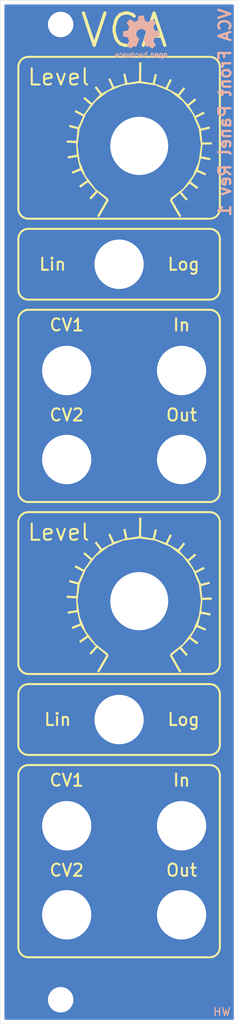
<source format=kicad_pcb>
(kicad_pcb (version 20171130) (host pcbnew "(5.1.4-0-10_14)")

  (general
    (thickness 1.6)
    (drawings 69)
    (tracks 0)
    (zones 0)
    (modules 17)
    (nets 2)
  )

  (page A4)
  (layers
    (0 F.Cu signal)
    (31 B.Cu signal)
    (32 B.Adhes user)
    (33 F.Adhes user)
    (34 B.Paste user)
    (35 F.Paste user)
    (36 B.SilkS user)
    (37 F.SilkS user)
    (38 B.Mask user)
    (39 F.Mask user)
    (40 Dwgs.User user)
    (41 Cmts.User user)
    (42 Eco1.User user)
    (43 Eco2.User user)
    (44 Edge.Cuts user)
    (45 Margin user)
    (46 B.CrtYd user)
    (47 F.CrtYd user)
    (48 B.Fab user)
    (49 F.Fab user)
  )

  (setup
    (last_trace_width 0.25)
    (trace_clearance 0.2)
    (zone_clearance 0.508)
    (zone_45_only no)
    (trace_min 0.2)
    (via_size 0.8)
    (via_drill 0.4)
    (via_min_size 0.4)
    (via_min_drill 0.3)
    (user_via 4 3)
    (user_via 6.2 5.2)
    (user_via 7.999999 6.000001)
    (user_via 11.999999 7.000001)
    (uvia_size 0.3)
    (uvia_drill 0.1)
    (uvias_allowed no)
    (uvia_min_size 0.2)
    (uvia_min_drill 0.1)
    (edge_width 0.05)
    (segment_width 0.2)
    (pcb_text_width 0.3)
    (pcb_text_size 1.5 1.5)
    (mod_edge_width 0.12)
    (mod_text_size 1 1)
    (mod_text_width 0.15)
    (pad_size 1.524 1.524)
    (pad_drill 0.762)
    (pad_to_mask_clearance 0.051)
    (solder_mask_min_width 0.25)
    (aux_axis_origin 0 0)
    (visible_elements FFFFFF7F)
    (pcbplotparams
      (layerselection 0x010fc_ffffffff)
      (usegerberextensions false)
      (usegerberattributes false)
      (usegerberadvancedattributes false)
      (creategerberjobfile false)
      (excludeedgelayer true)
      (linewidth 0.100000)
      (plotframeref false)
      (viasonmask false)
      (mode 1)
      (useauxorigin false)
      (hpglpennumber 1)
      (hpglpenspeed 20)
      (hpglpendiameter 15.000000)
      (psnegative false)
      (psa4output false)
      (plotreference true)
      (plotvalue true)
      (plotinvisibletext false)
      (padsonsilk false)
      (subtractmaskfromsilk false)
      (outputformat 1)
      (mirror false)
      (drillshape 0)
      (scaleselection 1)
      (outputdirectory "Gerbers/"))
  )

  (net 0 "")
  (net 1 GND)

  (net_class Default "This is the default net class."
    (clearance 0.2)
    (trace_width 0.25)
    (via_dia 0.8)
    (via_drill 0.4)
    (uvia_dia 0.3)
    (uvia_drill 0.1)
    (add_net GND)
  )

  (module Eurorack:knob_tick_marks (layer F.Cu) (tedit 5D9BD563) (tstamp 5D7C68AB)
    (at 81.28 57.404)
    (descr "Imported from knob_tick_mark.svg")
    (tags svg2mod)
    (attr smd)
    (fp_text reference tick_marks (at 0 -12.347405) (layer F.SilkS) hide
      (effects (font (size 1.524 1.524) (thickness 0.3048)))
    )
    (fp_text value G*** (at 0 12.347405) (layer F.SilkS) hide
      (effects (font (size 1.524 1.524) (thickness 0.3048)))
    )
    (fp_poly (pts (xy -0.0133 -9.728427) (xy -0.03992 -7.381604) (xy -1.493983 -7.139662) (xy -1.743178 -8.322751)
      (xy -2.01657 -8.264691) (xy -1.77221 -7.093697) (xy -3.170626 -6.655784) (xy -3.654509 -7.727583)
      (xy -3.910966 -7.613867) (xy -3.414988 -6.522714) (xy -4.711789 -5.828344) (xy -5.391644 -6.733202)
      (xy -5.616646 -6.566264) (xy -4.946472 -5.678342) (xy -5.957785 -4.604124) (xy -6.872319 -5.385592)
      (xy -7.053776 -5.172685) (xy -6.148918 -4.400895) (xy -6.973935 -3.191191) (xy -8.021539 -3.745235)
      (xy -8.152186 -3.498456) (xy -7.090065 -2.934734) (xy -7.699757 -1.596802) (xy -8.78849 -1.896808)
      (xy -8.86349 -1.625835) (xy -7.789272 -1.333087) (xy -7.929598 0.133075) (xy -9.134462 0.075015)
      (xy -9.148972 0.355665) (xy -7.956204 0.413725) (xy -7.881204 1.875048) (xy -9.044939 2.075858)
      (xy -8.996549 2.35167) (xy -7.81588 2.148441) (xy -7.479582 3.58073) (xy -8.519926 4.006545)
      (xy -8.413469 4.265421) (xy -7.380381 3.842024) (xy -6.606171 5.092858) (xy -7.588451 5.779967)
      (xy -7.428771 6.009797) (xy -6.458588 5.332377) (xy -5.488408 6.430777) (xy -6.294068 7.306607)
      (xy -6.088419 7.495317) (xy -5.27308 6.607407) (xy -4.138376 7.541277) (xy -5.319048 9.588097)
      (xy -5.074688 9.728427) (xy -3.835951 7.582417) (xy -3.956926 7.512217) (xy -3.889166 7.391247)
      (xy -5.522954 6.132915) (xy -6.741644 4.533098) (xy -7.505384 2.688317) (xy -7.774321 0.695094)
      (xy -7.508603 -1.350048) (xy -6.716169 -3.254065) (xy -5.486696 -4.84581) (xy -3.90294 -6.061607)
      (xy -2.047657 -6.837781) (xy -0.003605 -7.110656) (xy 2.040701 -6.837781) (xy 3.896583 -6.061607)
      (xy 5.481056 -4.84581) (xy 6.711129 -3.254065) (xy 7.503816 -1.350048) (xy 7.769536 0.695094)
      (xy 7.500601 2.688317) (xy 6.736861 4.5331) (xy 5.518171 6.13292) (xy 3.884383 7.391257)
      (xy 3.952143 7.512227) (xy 3.831168 7.582427) (xy 5.069904 9.728427) (xy 5.311844 9.588107)
      (xy 4.131174 7.543717) (xy 5.113454 6.733217) (xy 5.909437 7.645337) (xy 6.119927 7.461447)
      (xy 5.331199 6.556587) (xy 6.347351 5.504158) (xy 7.288501 6.193687) (xy 7.453021 5.968687)
      (xy 6.494934 5.262223) (xy 7.266726 4.016228) (xy 8.316753 4.475916) (xy 8.428051 4.219459)
      (xy 7.416726 3.774289) (xy 7.765119 2.341999) (xy 8.945792 2.574262) (xy 9.001392 2.30087)
      (xy 7.830402 2.071026) (xy 7.970728 0.609704) (xy 9.148972 0.583084) (xy 9.140972 0.304854)
      (xy 7.943367 0.333894) (xy 7.80351 -1.129848) (xy 8.911602 -1.405661) (xy 8.843902 -1.676633)
      (xy 7.774518 -1.412918) (xy 7.774518 -1.422618) (xy 7.167246 -2.755712) (xy 8.248506 -3.292815)
      (xy 8.125116 -3.544433) (xy 7.050899 -3.009746) (xy 6.28159 -4.253349) (xy 7.191287 -4.993686)
      (xy 7.01467 -5.211434) (xy 6.090457 -4.458999) (xy 5.081922 -5.528348) (xy 5.790808 -6.423527)
      (xy 5.570642 -6.595305) (xy 4.885948 -5.731578) (xy 3.586728 -6.428367) (xy 4.111739 -7.512259)
      (xy 3.86012 -7.63565) (xy 3.33995 -6.563853) (xy 1.963305 -7.059831) (xy 2.234279 -8.211469)
      (xy 1.963305 -8.276799) (xy 1.687494 -7.105805) (xy 0.238279 -7.347752) (xy 0.267319 -9.723609)
      (xy -0.0133 -9.728427)) (layer F.SilkS) (width 0))
  )

  (module Eurorack:knob_tick_marks (layer F.Cu) (tedit 5D9BD563) (tstamp 5D7986A0)
    (at 81.28 114.554)
    (descr "Imported from knob_tick_mark.svg")
    (tags svg2mod)
    (attr smd)
    (fp_text reference tick_marks (at 0 -12.347405) (layer F.SilkS) hide
      (effects (font (size 1.524 1.524) (thickness 0.3048)))
    )
    (fp_text value G*** (at 0 12.347405) (layer F.SilkS) hide
      (effects (font (size 1.524 1.524) (thickness 0.3048)))
    )
    (fp_poly (pts (xy -0.0133 -9.728427) (xy -0.03992 -7.381604) (xy -1.493983 -7.139662) (xy -1.743178 -8.322751)
      (xy -2.01657 -8.264691) (xy -1.77221 -7.093697) (xy -3.170626 -6.655784) (xy -3.654509 -7.727583)
      (xy -3.910966 -7.613867) (xy -3.414988 -6.522714) (xy -4.711789 -5.828344) (xy -5.391644 -6.733202)
      (xy -5.616646 -6.566264) (xy -4.946472 -5.678342) (xy -5.957785 -4.604124) (xy -6.872319 -5.385592)
      (xy -7.053776 -5.172685) (xy -6.148918 -4.400895) (xy -6.973935 -3.191191) (xy -8.021539 -3.745235)
      (xy -8.152186 -3.498456) (xy -7.090065 -2.934734) (xy -7.699757 -1.596802) (xy -8.78849 -1.896808)
      (xy -8.86349 -1.625835) (xy -7.789272 -1.333087) (xy -7.929598 0.133075) (xy -9.134462 0.075015)
      (xy -9.148972 0.355665) (xy -7.956204 0.413725) (xy -7.881204 1.875048) (xy -9.044939 2.075858)
      (xy -8.996549 2.35167) (xy -7.81588 2.148441) (xy -7.479582 3.58073) (xy -8.519926 4.006545)
      (xy -8.413469 4.265421) (xy -7.380381 3.842024) (xy -6.606171 5.092858) (xy -7.588451 5.779967)
      (xy -7.428771 6.009797) (xy -6.458588 5.332377) (xy -5.488408 6.430777) (xy -6.294068 7.306607)
      (xy -6.088419 7.495317) (xy -5.27308 6.607407) (xy -4.138376 7.541277) (xy -5.319048 9.588097)
      (xy -5.074688 9.728427) (xy -3.835951 7.582417) (xy -3.956926 7.512217) (xy -3.889166 7.391247)
      (xy -5.522954 6.132915) (xy -6.741644 4.533098) (xy -7.505384 2.688317) (xy -7.774321 0.695094)
      (xy -7.508603 -1.350048) (xy -6.716169 -3.254065) (xy -5.486696 -4.84581) (xy -3.90294 -6.061607)
      (xy -2.047657 -6.837781) (xy -0.003605 -7.110656) (xy 2.040701 -6.837781) (xy 3.896583 -6.061607)
      (xy 5.481056 -4.84581) (xy 6.711129 -3.254065) (xy 7.503816 -1.350048) (xy 7.769536 0.695094)
      (xy 7.500601 2.688317) (xy 6.736861 4.5331) (xy 5.518171 6.13292) (xy 3.884383 7.391257)
      (xy 3.952143 7.512227) (xy 3.831168 7.582427) (xy 5.069904 9.728427) (xy 5.311844 9.588107)
      (xy 4.131174 7.543717) (xy 5.113454 6.733217) (xy 5.909437 7.645337) (xy 6.119927 7.461447)
      (xy 5.331199 6.556587) (xy 6.347351 5.504158) (xy 7.288501 6.193687) (xy 7.453021 5.968687)
      (xy 6.494934 5.262223) (xy 7.266726 4.016228) (xy 8.316753 4.475916) (xy 8.428051 4.219459)
      (xy 7.416726 3.774289) (xy 7.765119 2.341999) (xy 8.945792 2.574262) (xy 9.001392 2.30087)
      (xy 7.830402 2.071026) (xy 7.970728 0.609704) (xy 9.148972 0.583084) (xy 9.140972 0.304854)
      (xy 7.943367 0.333894) (xy 7.80351 -1.129848) (xy 8.911602 -1.405661) (xy 8.843902 -1.676633)
      (xy 7.774518 -1.412918) (xy 7.774518 -1.422618) (xy 7.167246 -2.755712) (xy 8.248506 -3.292815)
      (xy 8.125116 -3.544433) (xy 7.050899 -3.009746) (xy 6.28159 -4.253349) (xy 7.191287 -4.993686)
      (xy 7.01467 -5.211434) (xy 6.090457 -4.458999) (xy 5.081922 -5.528348) (xy 5.790808 -6.423527)
      (xy 5.570642 -6.595305) (xy 4.885948 -5.731578) (xy 3.586728 -6.428367) (xy 4.111739 -7.512259)
      (xy 3.86012 -7.63565) (xy 3.33995 -6.563853) (xy 1.963305 -7.059831) (xy 2.234279 -8.211469)
      (xy 1.963305 -8.276799) (xy 1.687494 -7.105805) (xy 0.238279 -7.347752) (xy 0.267319 -9.723609)
      (xy -0.0133 -9.728427)) (layer F.SilkS) (width 0))
  )

  (module Symbol:OSHW-Logo2_7.3x6mm_SilkScreen (layer B.Cu) (tedit 0) (tstamp 5D8C602F)
    (at 81.534 44.577 180)
    (descr "Open Source Hardware Symbol")
    (tags "Logo Symbol OSHW")
    (attr virtual)
    (fp_text reference REF** (at 0 0) (layer B.SilkS) hide
      (effects (font (size 1 1) (thickness 0.15)) (justify mirror))
    )
    (fp_text value OSHW-Logo2_7.3x6mm_SilkScreen (at 0.75 0) (layer B.Fab) hide
      (effects (font (size 1 1) (thickness 0.15)) (justify mirror))
    )
    (fp_poly (pts (xy 0.10391 2.757652) (xy 0.182454 2.757222) (xy 0.239298 2.756058) (xy 0.278105 2.753793)
      (xy 0.302538 2.75006) (xy 0.316262 2.744494) (xy 0.32294 2.736727) (xy 0.326236 2.726395)
      (xy 0.326556 2.725057) (xy 0.331562 2.700921) (xy 0.340829 2.653299) (xy 0.353392 2.587259)
      (xy 0.368287 2.507872) (xy 0.384551 2.420204) (xy 0.385119 2.417125) (xy 0.40141 2.331211)
      (xy 0.416652 2.255304) (xy 0.429861 2.193955) (xy 0.440054 2.151718) (xy 0.446248 2.133145)
      (xy 0.446543 2.132816) (xy 0.464788 2.123747) (xy 0.502405 2.108633) (xy 0.551271 2.090738)
      (xy 0.551543 2.090642) (xy 0.613093 2.067507) (xy 0.685657 2.038035) (xy 0.754057 2.008403)
      (xy 0.757294 2.006938) (xy 0.868702 1.956374) (xy 1.115399 2.12484) (xy 1.191077 2.176197)
      (xy 1.259631 2.222111) (xy 1.317088 2.25997) (xy 1.359476 2.287163) (xy 1.382825 2.301079)
      (xy 1.385042 2.302111) (xy 1.40201 2.297516) (xy 1.433701 2.275345) (xy 1.481352 2.234553)
      (xy 1.546198 2.174095) (xy 1.612397 2.109773) (xy 1.676214 2.046388) (xy 1.733329 1.988549)
      (xy 1.780305 1.939825) (xy 1.813703 1.90379) (xy 1.830085 1.884016) (xy 1.830694 1.882998)
      (xy 1.832505 1.869428) (xy 1.825683 1.847267) (xy 1.80854 1.813522) (xy 1.779393 1.7652)
      (xy 1.736555 1.699308) (xy 1.679448 1.614483) (xy 1.628766 1.539823) (xy 1.583461 1.47286)
      (xy 1.54615 1.417484) (xy 1.519452 1.37758) (xy 1.505985 1.357038) (xy 1.505137 1.355644)
      (xy 1.506781 1.335962) (xy 1.519245 1.297707) (xy 1.540048 1.248111) (xy 1.547462 1.232272)
      (xy 1.579814 1.16171) (xy 1.614328 1.081647) (xy 1.642365 1.012371) (xy 1.662568 0.960955)
      (xy 1.678615 0.921881) (xy 1.687888 0.901459) (xy 1.689041 0.899886) (xy 1.706096 0.897279)
      (xy 1.746298 0.890137) (xy 1.804302 0.879477) (xy 1.874763 0.866315) (xy 1.952335 0.851667)
      (xy 2.031672 0.836551) (xy 2.107431 0.821982) (xy 2.174264 0.808978) (xy 2.226828 0.798555)
      (xy 2.259776 0.79173) (xy 2.267857 0.789801) (xy 2.276205 0.785038) (xy 2.282506 0.774282)
      (xy 2.287045 0.753902) (xy 2.290104 0.720266) (xy 2.291967 0.669745) (xy 2.292918 0.598708)
      (xy 2.29324 0.503524) (xy 2.293257 0.464508) (xy 2.293257 0.147201) (xy 2.217057 0.132161)
      (xy 2.174663 0.124005) (xy 2.1114 0.112101) (xy 2.034962 0.097884) (xy 1.953043 0.08279)
      (xy 1.9304 0.078645) (xy 1.854806 0.063947) (xy 1.788953 0.049495) (xy 1.738366 0.036625)
      (xy 1.708574 0.026678) (xy 1.703612 0.023713) (xy 1.691426 0.002717) (xy 1.673953 -0.037967)
      (xy 1.654577 -0.090322) (xy 1.650734 -0.1016) (xy 1.625339 -0.171523) (xy 1.593817 -0.250418)
      (xy 1.562969 -0.321266) (xy 1.562817 -0.321595) (xy 1.511447 -0.432733) (xy 1.680399 -0.681253)
      (xy 1.849352 -0.929772) (xy 1.632429 -1.147058) (xy 1.566819 -1.211726) (xy 1.506979 -1.268733)
      (xy 1.456267 -1.315033) (xy 1.418046 -1.347584) (xy 1.395675 -1.363343) (xy 1.392466 -1.364343)
      (xy 1.373626 -1.356469) (xy 1.33518 -1.334578) (xy 1.28133 -1.301267) (xy 1.216276 -1.259131)
      (xy 1.14594 -1.211943) (xy 1.074555 -1.16381) (xy 1.010908 -1.121928) (xy 0.959041 -1.088871)
      (xy 0.922995 -1.067218) (xy 0.906867 -1.059543) (xy 0.887189 -1.066037) (xy 0.849875 -1.08315)
      (xy 0.802621 -1.107326) (xy 0.797612 -1.110013) (xy 0.733977 -1.141927) (xy 0.690341 -1.157579)
      (xy 0.663202 -1.157745) (xy 0.649057 -1.143204) (xy 0.648975 -1.143) (xy 0.641905 -1.125779)
      (xy 0.625042 -1.084899) (xy 0.599695 -1.023525) (xy 0.567171 -0.944819) (xy 0.528778 -0.851947)
      (xy 0.485822 -0.748072) (xy 0.444222 -0.647502) (xy 0.398504 -0.536516) (xy 0.356526 -0.433703)
      (xy 0.319548 -0.342215) (xy 0.288827 -0.265201) (xy 0.265622 -0.205815) (xy 0.25119 -0.167209)
      (xy 0.246743 -0.1528) (xy 0.257896 -0.136272) (xy 0.287069 -0.10993) (xy 0.325971 -0.080887)
      (xy 0.436757 0.010961) (xy 0.523351 0.116241) (xy 0.584716 0.232734) (xy 0.619815 0.358224)
      (xy 0.627608 0.490493) (xy 0.621943 0.551543) (xy 0.591078 0.678205) (xy 0.53792 0.790059)
      (xy 0.465767 0.885999) (xy 0.377917 0.964924) (xy 0.277665 1.02573) (xy 0.16831 1.067313)
      (xy 0.053147 1.088572) (xy -0.064525 1.088401) (xy -0.18141 1.065699) (xy -0.294211 1.019362)
      (xy -0.399631 0.948287) (xy -0.443632 0.908089) (xy -0.528021 0.804871) (xy -0.586778 0.692075)
      (xy -0.620296 0.57299) (xy -0.628965 0.450905) (xy -0.613177 0.329107) (xy -0.573322 0.210884)
      (xy -0.509793 0.099525) (xy -0.422979 -0.001684) (xy -0.325971 -0.080887) (xy -0.285563 -0.111162)
      (xy -0.257018 -0.137219) (xy -0.246743 -0.152825) (xy -0.252123 -0.169843) (xy -0.267425 -0.2105)
      (xy -0.291388 -0.271642) (xy -0.322756 -0.350119) (xy -0.360268 -0.44278) (xy -0.402667 -0.546472)
      (xy -0.444337 -0.647526) (xy -0.49031 -0.758607) (xy -0.532893 -0.861541) (xy -0.570779 -0.953165)
      (xy -0.60266 -1.030316) (xy -0.627229 -1.089831) (xy -0.64318 -1.128544) (xy -0.64909 -1.143)
      (xy -0.663052 -1.157685) (xy -0.69006 -1.157642) (xy -0.733587 -1.142099) (xy -0.79711 -1.110284)
      (xy -0.797612 -1.110013) (xy -0.84544 -1.085323) (xy -0.884103 -1.067338) (xy -0.905905 -1.059614)
      (xy -0.906867 -1.059543) (xy -0.923279 -1.067378) (xy -0.959513 -1.089165) (xy -1.011526 -1.122328)
      (xy -1.075275 -1.164291) (xy -1.14594 -1.211943) (xy -1.217884 -1.260191) (xy -1.282726 -1.302151)
      (xy -1.336265 -1.335227) (xy -1.374303 -1.356821) (xy -1.392467 -1.364343) (xy -1.409192 -1.354457)
      (xy -1.44282 -1.326826) (xy -1.48999 -1.284495) (xy -1.547342 -1.230505) (xy -1.611516 -1.167899)
      (xy -1.632503 -1.146983) (xy -1.849501 -0.929623) (xy -1.684332 -0.68722) (xy -1.634136 -0.612781)
      (xy -1.590081 -0.545972) (xy -1.554638 -0.490665) (xy -1.530281 -0.450729) (xy -1.519478 -0.430036)
      (xy -1.519162 -0.428563) (xy -1.524857 -0.409058) (xy -1.540174 -0.369822) (xy -1.562463 -0.31743)
      (xy -1.578107 -0.282355) (xy -1.607359 -0.215201) (xy -1.634906 -0.147358) (xy -1.656263 -0.090034)
      (xy -1.662065 -0.072572) (xy -1.678548 -0.025938) (xy -1.69466 0.010095) (xy -1.70351 0.023713)
      (xy -1.72304 0.032048) (xy -1.765666 0.043863) (xy -1.825855 0.057819) (xy -1.898078 0.072578)
      (xy -1.9304 0.078645) (xy -2.012478 0.093727) (xy -2.091205 0.108331) (xy -2.158891 0.12102)
      (xy -2.20784 0.130358) (xy -2.217057 0.132161) (xy -2.293257 0.147201) (xy -2.293257 0.464508)
      (xy -2.293086 0.568846) (xy -2.292384 0.647787) (xy -2.290866 0.704962) (xy -2.288251 0.744001)
      (xy -2.284254 0.768535) (xy -2.278591 0.782195) (xy -2.27098 0.788611) (xy -2.267857 0.789801)
      (xy -2.249022 0.79402) (xy -2.207412 0.802438) (xy -2.14837 0.814039) (xy -2.077243 0.827805)
      (xy -1.999375 0.84272) (xy -1.920113 0.857768) (xy -1.844802 0.871931) (xy -1.778787 0.884194)
      (xy -1.727413 0.893539) (xy -1.696025 0.89895) (xy -1.689041 0.899886) (xy -1.682715 0.912404)
      (xy -1.66871 0.945754) (xy -1.649645 0.993623) (xy -1.642366 1.012371) (xy -1.613004 1.084805)
      (xy -1.578429 1.16483) (xy -1.547463 1.232272) (xy -1.524677 1.283841) (xy -1.509518 1.326215)
      (xy -1.504458 1.352166) (xy -1.505264 1.355644) (xy -1.515959 1.372064) (xy -1.54038 1.408583)
      (xy -1.575905 1.461313) (xy -1.619913 1.526365) (xy -1.669783 1.599849) (xy -1.679644 1.614355)
      (xy -1.737508 1.700296) (xy -1.780044 1.765739) (xy -1.808946 1.813696) (xy -1.82591 1.84718)
      (xy -1.832633 1.869205) (xy -1.83081 1.882783) (xy -1.830764 1.882869) (xy -1.816414 1.900703)
      (xy -1.784677 1.935183) (xy -1.73899 1.982732) (xy -1.682796 2.039778) (xy -1.619532 2.102745)
      (xy -1.612398 2.109773) (xy -1.53267 2.18698) (xy -1.471143 2.24367) (xy -1.426579 2.28089)
      (xy -1.397743 2.299685) (xy -1.385042 2.302111) (xy -1.366506 2.291529) (xy -1.328039 2.267084)
      (xy -1.273614 2.231388) (xy -1.207202 2.187053) (xy -1.132775 2.136689) (xy -1.115399 2.12484)
      (xy -0.868703 1.956374) (xy -0.757294 2.006938) (xy -0.689543 2.036405) (xy -0.616817 2.066041)
      (xy -0.554297 2.08967) (xy -0.551543 2.090642) (xy -0.50264 2.108543) (xy -0.464943 2.12368)
      (xy -0.446575 2.13279) (xy -0.446544 2.132816) (xy -0.440715 2.149283) (xy -0.430808 2.189781)
      (xy -0.417805 2.249758) (xy -0.402691 2.32466) (xy -0.386448 2.409936) (xy -0.385119 2.417125)
      (xy -0.368825 2.504986) (xy -0.353867 2.58474) (xy -0.341209 2.651319) (xy -0.331814 2.699653)
      (xy -0.326646 2.724675) (xy -0.326556 2.725057) (xy -0.323411 2.735701) (xy -0.317296 2.743738)
      (xy -0.304547 2.749533) (xy -0.2815 2.753453) (xy -0.244491 2.755865) (xy -0.189856 2.757135)
      (xy -0.113933 2.757629) (xy -0.013056 2.757714) (xy 0 2.757714) (xy 0.10391 2.757652)) (layer B.SilkS) (width 0.01))
    (fp_poly (pts (xy 3.153595 -1.966966) (xy 3.211021 -2.004497) (xy 3.238719 -2.038096) (xy 3.260662 -2.099064)
      (xy 3.262405 -2.147308) (xy 3.258457 -2.211816) (xy 3.109686 -2.276934) (xy 3.037349 -2.310202)
      (xy 2.990084 -2.336964) (xy 2.965507 -2.360144) (xy 2.961237 -2.382667) (xy 2.974889 -2.407455)
      (xy 2.989943 -2.423886) (xy 3.033746 -2.450235) (xy 3.081389 -2.452081) (xy 3.125145 -2.431546)
      (xy 3.157289 -2.390752) (xy 3.163038 -2.376347) (xy 3.190576 -2.331356) (xy 3.222258 -2.312182)
      (xy 3.265714 -2.295779) (xy 3.265714 -2.357966) (xy 3.261872 -2.400283) (xy 3.246823 -2.435969)
      (xy 3.21528 -2.476943) (xy 3.210592 -2.482267) (xy 3.175506 -2.51872) (xy 3.145347 -2.538283)
      (xy 3.107615 -2.547283) (xy 3.076335 -2.55023) (xy 3.020385 -2.550965) (xy 2.980555 -2.54166)
      (xy 2.955708 -2.527846) (xy 2.916656 -2.497467) (xy 2.889625 -2.464613) (xy 2.872517 -2.423294)
      (xy 2.863238 -2.367521) (xy 2.859693 -2.291305) (xy 2.85941 -2.252622) (xy 2.860372 -2.206247)
      (xy 2.948007 -2.206247) (xy 2.949023 -2.231126) (xy 2.951556 -2.2352) (xy 2.968274 -2.229665)
      (xy 3.004249 -2.215017) (xy 3.052331 -2.19419) (xy 3.062386 -2.189714) (xy 3.123152 -2.158814)
      (xy 3.156632 -2.131657) (xy 3.16399 -2.10622) (xy 3.146391 -2.080481) (xy 3.131856 -2.069109)
      (xy 3.07941 -2.046364) (xy 3.030322 -2.050122) (xy 2.989227 -2.077884) (xy 2.960758 -2.127152)
      (xy 2.951631 -2.166257) (xy 2.948007 -2.206247) (xy 2.860372 -2.206247) (xy 2.861285 -2.162249)
      (xy 2.868196 -2.095384) (xy 2.881884 -2.046695) (xy 2.904096 -2.010849) (xy 2.936574 -1.982513)
      (xy 2.950733 -1.973355) (xy 3.015053 -1.949507) (xy 3.085473 -1.948006) (xy 3.153595 -1.966966)) (layer B.SilkS) (width 0.01))
    (fp_poly (pts (xy 2.6526 -1.958752) (xy 2.669948 -1.966334) (xy 2.711356 -1.999128) (xy 2.746765 -2.046547)
      (xy 2.768664 -2.097151) (xy 2.772229 -2.122098) (xy 2.760279 -2.156927) (xy 2.734067 -2.175357)
      (xy 2.705964 -2.186516) (xy 2.693095 -2.188572) (xy 2.686829 -2.173649) (xy 2.674456 -2.141175)
      (xy 2.669028 -2.126502) (xy 2.63859 -2.075744) (xy 2.59452 -2.050427) (xy 2.53801 -2.051206)
      (xy 2.533825 -2.052203) (xy 2.503655 -2.066507) (xy 2.481476 -2.094393) (xy 2.466327 -2.139287)
      (xy 2.45725 -2.204615) (xy 2.453286 -2.293804) (xy 2.452914 -2.341261) (xy 2.45273 -2.416071)
      (xy 2.451522 -2.467069) (xy 2.448309 -2.499471) (xy 2.442109 -2.518495) (xy 2.43194 -2.529356)
      (xy 2.416819 -2.537272) (xy 2.415946 -2.53767) (xy 2.386828 -2.549981) (xy 2.372403 -2.554514)
      (xy 2.370186 -2.540809) (xy 2.368289 -2.502925) (xy 2.366847 -2.445715) (xy 2.365998 -2.374027)
      (xy 2.365829 -2.321565) (xy 2.366692 -2.220047) (xy 2.37007 -2.143032) (xy 2.377142 -2.086023)
      (xy 2.389088 -2.044526) (xy 2.40709 -2.014043) (xy 2.432327 -1.99008) (xy 2.457247 -1.973355)
      (xy 2.517171 -1.951097) (xy 2.586911 -1.946076) (xy 2.6526 -1.958752)) (layer B.SilkS) (width 0.01))
    (fp_poly (pts (xy 2.144876 -1.956335) (xy 2.186667 -1.975344) (xy 2.219469 -1.998378) (xy 2.243503 -2.024133)
      (xy 2.260097 -2.057358) (xy 2.270577 -2.1028) (xy 2.276271 -2.165207) (xy 2.278507 -2.249327)
      (xy 2.278743 -2.304721) (xy 2.278743 -2.520826) (xy 2.241774 -2.53767) (xy 2.212656 -2.549981)
      (xy 2.198231 -2.554514) (xy 2.195472 -2.541025) (xy 2.193282 -2.504653) (xy 2.191942 -2.451542)
      (xy 2.191657 -2.409372) (xy 2.190434 -2.348447) (xy 2.187136 -2.300115) (xy 2.182321 -2.270518)
      (xy 2.178496 -2.264229) (xy 2.152783 -2.270652) (xy 2.112418 -2.287125) (xy 2.065679 -2.309458)
      (xy 2.020845 -2.333457) (xy 1.986193 -2.35493) (xy 1.970002 -2.369685) (xy 1.969938 -2.369845)
      (xy 1.97133 -2.397152) (xy 1.983818 -2.423219) (xy 2.005743 -2.444392) (xy 2.037743 -2.451474)
      (xy 2.065092 -2.450649) (xy 2.103826 -2.450042) (xy 2.124158 -2.459116) (xy 2.136369 -2.483092)
      (xy 2.137909 -2.487613) (xy 2.143203 -2.521806) (xy 2.129047 -2.542568) (xy 2.092148 -2.552462)
      (xy 2.052289 -2.554292) (xy 1.980562 -2.540727) (xy 1.943432 -2.521355) (xy 1.897576 -2.475845)
      (xy 1.873256 -2.419983) (xy 1.871073 -2.360957) (xy 1.891629 -2.305953) (xy 1.922549 -2.271486)
      (xy 1.95342 -2.252189) (xy 2.001942 -2.227759) (xy 2.058485 -2.202985) (xy 2.06791 -2.199199)
      (xy 2.130019 -2.171791) (xy 2.165822 -2.147634) (xy 2.177337 -2.123619) (xy 2.16658 -2.096635)
      (xy 2.148114 -2.075543) (xy 2.104469 -2.049572) (xy 2.056446 -2.047624) (xy 2.012406 -2.067637)
      (xy 1.980709 -2.107551) (xy 1.976549 -2.117848) (xy 1.952327 -2.155724) (xy 1.916965 -2.183842)
      (xy 1.872343 -2.206917) (xy 1.872343 -2.141485) (xy 1.874969 -2.101506) (xy 1.88623 -2.069997)
      (xy 1.911199 -2.036378) (xy 1.935169 -2.010484) (xy 1.972441 -1.973817) (xy 2.001401 -1.954121)
      (xy 2.032505 -1.94622) (xy 2.067713 -1.944914) (xy 2.144876 -1.956335)) (layer B.SilkS) (width 0.01))
    (fp_poly (pts (xy 1.779833 -1.958663) (xy 1.782048 -1.99685) (xy 1.783784 -2.054886) (xy 1.784899 -2.12818)
      (xy 1.785257 -2.205055) (xy 1.785257 -2.465196) (xy 1.739326 -2.511127) (xy 1.707675 -2.539429)
      (xy 1.67989 -2.550893) (xy 1.641915 -2.550168) (xy 1.62684 -2.548321) (xy 1.579726 -2.542948)
      (xy 1.540756 -2.539869) (xy 1.531257 -2.539585) (xy 1.499233 -2.541445) (xy 1.453432 -2.546114)
      (xy 1.435674 -2.548321) (xy 1.392057 -2.551735) (xy 1.362745 -2.54432) (xy 1.33368 -2.521427)
      (xy 1.323188 -2.511127) (xy 1.277257 -2.465196) (xy 1.277257 -1.978602) (xy 1.314226 -1.961758)
      (xy 1.346059 -1.949282) (xy 1.364683 -1.944914) (xy 1.369458 -1.958718) (xy 1.373921 -1.997286)
      (xy 1.377775 -2.056356) (xy 1.380722 -2.131663) (xy 1.382143 -2.195286) (xy 1.386114 -2.445657)
      (xy 1.420759 -2.450556) (xy 1.452268 -2.447131) (xy 1.467708 -2.436041) (xy 1.472023 -2.415308)
      (xy 1.475708 -2.371145) (xy 1.478469 -2.309146) (xy 1.480012 -2.234909) (xy 1.480235 -2.196706)
      (xy 1.480457 -1.976783) (xy 1.526166 -1.960849) (xy 1.558518 -1.950015) (xy 1.576115 -1.944962)
      (xy 1.576623 -1.944914) (xy 1.578388 -1.958648) (xy 1.580329 -1.99673) (xy 1.582282 -2.054482)
      (xy 1.584084 -2.127227) (xy 1.585343 -2.195286) (xy 1.589314 -2.445657) (xy 1.6764 -2.445657)
      (xy 1.680396 -2.21724) (xy 1.684392 -1.988822) (xy 1.726847 -1.966868) (xy 1.758192 -1.951793)
      (xy 1.776744 -1.944951) (xy 1.777279 -1.944914) (xy 1.779833 -1.958663)) (layer B.SilkS) (width 0.01))
    (fp_poly (pts (xy 1.190117 -2.065358) (xy 1.189933 -2.173837) (xy 1.189219 -2.257287) (xy 1.187675 -2.319704)
      (xy 1.185001 -2.365085) (xy 1.180894 -2.397429) (xy 1.175055 -2.420733) (xy 1.167182 -2.438995)
      (xy 1.161221 -2.449418) (xy 1.111855 -2.505945) (xy 1.049264 -2.541377) (xy 0.980013 -2.55409)
      (xy 0.910668 -2.542463) (xy 0.869375 -2.521568) (xy 0.826025 -2.485422) (xy 0.796481 -2.441276)
      (xy 0.778655 -2.383462) (xy 0.770463 -2.306313) (xy 0.769302 -2.249714) (xy 0.769458 -2.245647)
      (xy 0.870857 -2.245647) (xy 0.871476 -2.31055) (xy 0.874314 -2.353514) (xy 0.88084 -2.381622)
      (xy 0.892523 -2.401953) (xy 0.906483 -2.417288) (xy 0.953365 -2.44689) (xy 1.003701 -2.449419)
      (xy 1.051276 -2.424705) (xy 1.054979 -2.421356) (xy 1.070783 -2.403935) (xy 1.080693 -2.383209)
      (xy 1.086058 -2.352362) (xy 1.088228 -2.304577) (xy 1.088571 -2.251748) (xy 1.087827 -2.185381)
      (xy 1.084748 -2.141106) (xy 1.078061 -2.112009) (xy 1.066496 -2.091173) (xy 1.057013 -2.080107)
      (xy 1.01296 -2.052198) (xy 0.962224 -2.048843) (xy 0.913796 -2.070159) (xy 0.90445 -2.078073)
      (xy 0.88854 -2.095647) (xy 0.87861 -2.116587) (xy 0.873278 -2.147782) (xy 0.871163 -2.196122)
      (xy 0.870857 -2.245647) (xy 0.769458 -2.245647) (xy 0.77281 -2.158568) (xy 0.784726 -2.090086)
      (xy 0.807135 -2.0386) (xy 0.842124 -1.998443) (xy 0.869375 -1.977861) (xy 0.918907 -1.955625)
      (xy 0.976316 -1.945304) (xy 1.029682 -1.948067) (xy 1.059543 -1.959212) (xy 1.071261 -1.962383)
      (xy 1.079037 -1.950557) (xy 1.084465 -1.918866) (xy 1.088571 -1.870593) (xy 1.093067 -1.816829)
      (xy 1.099313 -1.784482) (xy 1.110676 -1.765985) (xy 1.130528 -1.75377) (xy 1.143 -1.748362)
      (xy 1.190171 -1.728601) (xy 1.190117 -2.065358)) (layer B.SilkS) (width 0.01))
    (fp_poly (pts (xy 0.529926 -1.949755) (xy 0.595858 -1.974084) (xy 0.649273 -2.017117) (xy 0.670164 -2.047409)
      (xy 0.692939 -2.102994) (xy 0.692466 -2.143186) (xy 0.668562 -2.170217) (xy 0.659717 -2.174813)
      (xy 0.62153 -2.189144) (xy 0.602028 -2.185472) (xy 0.595422 -2.161407) (xy 0.595086 -2.148114)
      (xy 0.582992 -2.09921) (xy 0.551471 -2.064999) (xy 0.507659 -2.048476) (xy 0.458695 -2.052634)
      (xy 0.418894 -2.074227) (xy 0.40545 -2.086544) (xy 0.395921 -2.101487) (xy 0.389485 -2.124075)
      (xy 0.385317 -2.159328) (xy 0.382597 -2.212266) (xy 0.380502 -2.287907) (xy 0.37996 -2.311857)
      (xy 0.377981 -2.39379) (xy 0.375731 -2.451455) (xy 0.372357 -2.489608) (xy 0.367006 -2.513004)
      (xy 0.358824 -2.526398) (xy 0.346959 -2.534545) (xy 0.339362 -2.538144) (xy 0.307102 -2.550452)
      (xy 0.288111 -2.554514) (xy 0.281836 -2.540948) (xy 0.278006 -2.499934) (xy 0.2766 -2.430999)
      (xy 0.277598 -2.333669) (xy 0.277908 -2.318657) (xy 0.280101 -2.229859) (xy 0.282693 -2.165019)
      (xy 0.286382 -2.119067) (xy 0.291864 -2.086935) (xy 0.299835 -2.063553) (xy 0.310993 -2.043852)
      (xy 0.31683 -2.03541) (xy 0.350296 -1.998057) (xy 0.387727 -1.969003) (xy 0.392309 -1.966467)
      (xy 0.459426 -1.946443) (xy 0.529926 -1.949755)) (layer B.SilkS) (width 0.01))
    (fp_poly (pts (xy 0.039744 -1.950968) (xy 0.096616 -1.972087) (xy 0.097267 -1.972493) (xy 0.13244 -1.99838)
      (xy 0.158407 -2.028633) (xy 0.17667 -2.068058) (xy 0.188732 -2.121462) (xy 0.196096 -2.193651)
      (xy 0.200264 -2.289432) (xy 0.200629 -2.303078) (xy 0.205876 -2.508842) (xy 0.161716 -2.531678)
      (xy 0.129763 -2.54711) (xy 0.11047 -2.554423) (xy 0.109578 -2.554514) (xy 0.106239 -2.541022)
      (xy 0.103587 -2.504626) (xy 0.101956 -2.451452) (xy 0.1016 -2.408393) (xy 0.101592 -2.338641)
      (xy 0.098403 -2.294837) (xy 0.087288 -2.273944) (xy 0.063501 -2.272925) (xy 0.022296 -2.288741)
      (xy -0.039914 -2.317815) (xy -0.085659 -2.341963) (xy -0.109187 -2.362913) (xy -0.116104 -2.385747)
      (xy -0.116114 -2.386877) (xy -0.104701 -2.426212) (xy -0.070908 -2.447462) (xy -0.019191 -2.450539)
      (xy 0.018061 -2.450006) (xy 0.037703 -2.460735) (xy 0.049952 -2.486505) (xy 0.057002 -2.519337)
      (xy 0.046842 -2.537966) (xy 0.043017 -2.540632) (xy 0.007001 -2.55134) (xy -0.043434 -2.552856)
      (xy -0.095374 -2.545759) (xy -0.132178 -2.532788) (xy -0.183062 -2.489585) (xy -0.211986 -2.429446)
      (xy -0.217714 -2.382462) (xy -0.213343 -2.340082) (xy -0.197525 -2.305488) (xy -0.166203 -2.274763)
      (xy -0.115322 -2.24399) (xy -0.040824 -2.209252) (xy -0.036286 -2.207288) (xy 0.030821 -2.176287)
      (xy 0.072232 -2.150862) (xy 0.089981 -2.128014) (xy 0.086107 -2.104745) (xy 0.062643 -2.078056)
      (xy 0.055627 -2.071914) (xy 0.00863 -2.0481) (xy -0.040067 -2.049103) (xy -0.082478 -2.072451)
      (xy -0.110616 -2.115675) (xy -0.113231 -2.12416) (xy -0.138692 -2.165308) (xy -0.170999 -2.185128)
      (xy -0.217714 -2.20477) (xy -0.217714 -2.15395) (xy -0.203504 -2.080082) (xy -0.161325 -2.012327)
      (xy -0.139376 -1.989661) (xy -0.089483 -1.960569) (xy -0.026033 -1.9474) (xy 0.039744 -1.950968)) (layer B.SilkS) (width 0.01))
    (fp_poly (pts (xy -0.624114 -1.851289) (xy -0.619861 -1.910613) (xy -0.614975 -1.945572) (xy -0.608205 -1.96082)
      (xy -0.598298 -1.961015) (xy -0.595086 -1.959195) (xy -0.552356 -1.946015) (xy -0.496773 -1.946785)
      (xy -0.440263 -1.960333) (xy -0.404918 -1.977861) (xy -0.368679 -2.005861) (xy -0.342187 -2.037549)
      (xy -0.324001 -2.077813) (xy -0.312678 -2.131543) (xy -0.306778 -2.203626) (xy -0.304857 -2.298951)
      (xy -0.304823 -2.317237) (xy -0.3048 -2.522646) (xy -0.350509 -2.53858) (xy -0.382973 -2.54942)
      (xy -0.400785 -2.554468) (xy -0.401309 -2.554514) (xy -0.403063 -2.540828) (xy -0.404556 -2.503076)
      (xy -0.405674 -2.446224) (xy -0.406303 -2.375234) (xy -0.4064 -2.332073) (xy -0.406602 -2.246973)
      (xy -0.407642 -2.185981) (xy -0.410169 -2.144177) (xy -0.414836 -2.116642) (xy -0.422293 -2.098456)
      (xy -0.433189 -2.084698) (xy -0.439993 -2.078073) (xy -0.486728 -2.051375) (xy -0.537728 -2.049375)
      (xy -0.583999 -2.071955) (xy -0.592556 -2.080107) (xy -0.605107 -2.095436) (xy -0.613812 -2.113618)
      (xy -0.619369 -2.139909) (xy -0.622474 -2.179562) (xy -0.623824 -2.237832) (xy -0.624114 -2.318173)
      (xy -0.624114 -2.522646) (xy -0.669823 -2.53858) (xy -0.702287 -2.54942) (xy -0.720099 -2.554468)
      (xy -0.720623 -2.554514) (xy -0.721963 -2.540623) (xy -0.723172 -2.501439) (xy -0.724199 -2.4407)
      (xy -0.724998 -2.362141) (xy -0.725519 -2.269498) (xy -0.725714 -2.166509) (xy -0.725714 -1.769342)
      (xy -0.678543 -1.749444) (xy -0.631371 -1.729547) (xy -0.624114 -1.851289)) (layer B.SilkS) (width 0.01))
    (fp_poly (pts (xy -1.831697 -1.931239) (xy -1.774473 -1.969735) (xy -1.730251 -2.025335) (xy -1.703833 -2.096086)
      (xy -1.69849 -2.148162) (xy -1.699097 -2.169893) (xy -1.704178 -2.186531) (xy -1.718145 -2.201437)
      (xy -1.745411 -2.217973) (xy -1.790388 -2.239498) (xy -1.857489 -2.269374) (xy -1.857829 -2.269524)
      (xy -1.919593 -2.297813) (xy -1.970241 -2.322933) (xy -2.004596 -2.342179) (xy -2.017482 -2.352848)
      (xy -2.017486 -2.352934) (xy -2.006128 -2.376166) (xy -1.979569 -2.401774) (xy -1.949077 -2.420221)
      (xy -1.93363 -2.423886) (xy -1.891485 -2.411212) (xy -1.855192 -2.379471) (xy -1.837483 -2.344572)
      (xy -1.820448 -2.318845) (xy -1.787078 -2.289546) (xy -1.747851 -2.264235) (xy -1.713244 -2.250471)
      (xy -1.706007 -2.249714) (xy -1.697861 -2.26216) (xy -1.69737 -2.293972) (xy -1.703357 -2.336866)
      (xy -1.714643 -2.382558) (xy -1.73005 -2.422761) (xy -1.730829 -2.424322) (xy -1.777196 -2.489062)
      (xy -1.837289 -2.533097) (xy -1.905535 -2.554711) (xy -1.976362 -2.552185) (xy -2.044196 -2.523804)
      (xy -2.047212 -2.521808) (xy -2.100573 -2.473448) (xy -2.13566 -2.410352) (xy -2.155078 -2.327387)
      (xy -2.157684 -2.304078) (xy -2.162299 -2.194055) (xy -2.156767 -2.142748) (xy -2.017486 -2.142748)
      (xy -2.015676 -2.174753) (xy -2.005778 -2.184093) (xy -1.981102 -2.177105) (xy -1.942205 -2.160587)
      (xy -1.898725 -2.139881) (xy -1.897644 -2.139333) (xy -1.860791 -2.119949) (xy -1.846 -2.107013)
      (xy -1.849647 -2.093451) (xy -1.865005 -2.075632) (xy -1.904077 -2.049845) (xy -1.946154 -2.04795)
      (xy -1.983897 -2.066717) (xy -2.009966 -2.102915) (xy -2.017486 -2.142748) (xy -2.156767 -2.142748)
      (xy -2.152806 -2.106027) (xy -2.12845 -2.036212) (xy -2.094544 -1.987302) (xy -2.033347 -1.937878)
      (xy -1.965937 -1.913359) (xy -1.89712 -1.911797) (xy -1.831697 -1.931239)) (layer B.SilkS) (width 0.01))
    (fp_poly (pts (xy -2.958885 -1.921962) (xy -2.890855 -1.957733) (xy -2.840649 -2.015301) (xy -2.822815 -2.052312)
      (xy -2.808937 -2.107882) (xy -2.801833 -2.178096) (xy -2.80116 -2.254727) (xy -2.806573 -2.329552)
      (xy -2.81773 -2.394342) (xy -2.834286 -2.440873) (xy -2.839374 -2.448887) (xy -2.899645 -2.508707)
      (xy -2.971231 -2.544535) (xy -3.048908 -2.55502) (xy -3.127452 -2.53881) (xy -3.149311 -2.529092)
      (xy -3.191878 -2.499143) (xy -3.229237 -2.459433) (xy -3.232768 -2.454397) (xy -3.247119 -2.430124)
      (xy -3.256606 -2.404178) (xy -3.26221 -2.370022) (xy -3.264914 -2.321119) (xy -3.265701 -2.250935)
      (xy -3.265714 -2.2352) (xy -3.265678 -2.230192) (xy -3.120571 -2.230192) (xy -3.119727 -2.29643)
      (xy -3.116404 -2.340386) (xy -3.109417 -2.368779) (xy -3.097584 -2.388325) (xy -3.091543 -2.394857)
      (xy -3.056814 -2.41968) (xy -3.023097 -2.418548) (xy -2.989005 -2.397016) (xy -2.968671 -2.374029)
      (xy -2.956629 -2.340478) (xy -2.949866 -2.287569) (xy -2.949402 -2.281399) (xy -2.948248 -2.185513)
      (xy -2.960312 -2.114299) (xy -2.98543 -2.068194) (xy -3.02344 -2.047635) (xy -3.037008 -2.046514)
      (xy -3.072636 -2.052152) (xy -3.097006 -2.071686) (xy -3.111907 -2.109042) (xy -3.119125 -2.16815)
      (xy -3.120571 -2.230192) (xy -3.265678 -2.230192) (xy -3.265174 -2.160413) (xy -3.262904 -2.108159)
      (xy -3.257932 -2.071949) (xy -3.249287 -2.045299) (xy -3.235995 -2.021722) (xy -3.233057 -2.017338)
      (xy -3.183687 -1.958249) (xy -3.129891 -1.923947) (xy -3.064398 -1.910331) (xy -3.042158 -1.909665)
      (xy -2.958885 -1.921962)) (layer B.SilkS) (width 0.01))
    (fp_poly (pts (xy -1.283907 -1.92778) (xy -1.237328 -1.954723) (xy -1.204943 -1.981466) (xy -1.181258 -2.009484)
      (xy -1.164941 -2.043748) (xy -1.154661 -2.089227) (xy -1.149086 -2.150892) (xy -1.146884 -2.233711)
      (xy -1.146629 -2.293246) (xy -1.146629 -2.512391) (xy -1.208314 -2.540044) (xy -1.27 -2.567697)
      (xy -1.277257 -2.32767) (xy -1.280256 -2.238028) (xy -1.283402 -2.172962) (xy -1.287299 -2.128026)
      (xy -1.292553 -2.09877) (xy -1.299769 -2.080748) (xy -1.30955 -2.069511) (xy -1.312688 -2.067079)
      (xy -1.360239 -2.048083) (xy -1.408303 -2.0556) (xy -1.436914 -2.075543) (xy -1.448553 -2.089675)
      (xy -1.456609 -2.10822) (xy -1.461729 -2.136334) (xy -1.464559 -2.179173) (xy -1.465744 -2.241895)
      (xy -1.465943 -2.307261) (xy -1.465982 -2.389268) (xy -1.467386 -2.447316) (xy -1.472086 -2.486465)
      (xy -1.482013 -2.51178) (xy -1.499097 -2.528323) (xy -1.525268 -2.541156) (xy -1.560225 -2.554491)
      (xy -1.598404 -2.569007) (xy -1.593859 -2.311389) (xy -1.592029 -2.218519) (xy -1.589888 -2.149889)
      (xy -1.586819 -2.100711) (xy -1.582206 -2.066198) (xy -1.575432 -2.041562) (xy -1.565881 -2.022016)
      (xy -1.554366 -2.00477) (xy -1.49881 -1.94968) (xy -1.43102 -1.917822) (xy -1.357287 -1.910191)
      (xy -1.283907 -1.92778)) (layer B.SilkS) (width 0.01))
    (fp_poly (pts (xy -2.400256 -1.919918) (xy -2.344799 -1.947568) (xy -2.295852 -1.99848) (xy -2.282371 -2.017338)
      (xy -2.267686 -2.042015) (xy -2.258158 -2.068816) (xy -2.252707 -2.104587) (xy -2.250253 -2.156169)
      (xy -2.249714 -2.224267) (xy -2.252148 -2.317588) (xy -2.260606 -2.387657) (xy -2.276826 -2.439931)
      (xy -2.302546 -2.479869) (xy -2.339503 -2.512929) (xy -2.342218 -2.514886) (xy -2.37864 -2.534908)
      (xy -2.422498 -2.544815) (xy -2.478276 -2.547257) (xy -2.568952 -2.547257) (xy -2.56899 -2.635283)
      (xy -2.569834 -2.684308) (xy -2.574976 -2.713065) (xy -2.588413 -2.730311) (xy -2.614142 -2.744808)
      (xy -2.620321 -2.747769) (xy -2.649236 -2.761648) (xy -2.671624 -2.770414) (xy -2.688271 -2.771171)
      (xy -2.699964 -2.761023) (xy -2.70749 -2.737073) (xy -2.711634 -2.696426) (xy -2.713185 -2.636186)
      (xy -2.712929 -2.553455) (xy -2.711651 -2.445339) (xy -2.711252 -2.413) (xy -2.709815 -2.301524)
      (xy -2.708528 -2.228603) (xy -2.569029 -2.228603) (xy -2.568245 -2.290499) (xy -2.56476 -2.330997)
      (xy -2.556876 -2.357708) (xy -2.542895 -2.378244) (xy -2.533403 -2.38826) (xy -2.494596 -2.417567)
      (xy -2.460237 -2.419952) (xy -2.424784 -2.39575) (xy -2.423886 -2.394857) (xy -2.409461 -2.376153)
      (xy -2.400687 -2.350732) (xy -2.396261 -2.311584) (xy -2.394882 -2.251697) (xy -2.394857 -2.23843)
      (xy -2.398188 -2.155901) (xy -2.409031 -2.098691) (xy -2.42866 -2.063766) (xy -2.45835 -2.048094)
      (xy -2.475509 -2.046514) (xy -2.516234 -2.053926) (xy -2.544168 -2.07833) (xy -2.560983 -2.12298)
      (xy -2.56835 -2.19113) (xy -2.569029 -2.228603) (xy -2.708528 -2.228603) (xy -2.708292 -2.215245)
      (xy -2.706323 -2.150333) (xy -2.70355 -2.102958) (xy -2.699612 -2.06929) (xy -2.694151 -2.045498)
      (xy -2.686808 -2.027753) (xy -2.677223 -2.012224) (xy -2.673113 -2.006381) (xy -2.618595 -1.951185)
      (xy -2.549664 -1.91989) (xy -2.469928 -1.911165) (xy -2.400256 -1.919918)) (layer B.SilkS) (width 0.01))
  )

  (module Eurorack:pot_fp_hole (layer F.Cu) (tedit 5D8D3EC2) (tstamp 5D8D9AF1)
    (at 81.28 58.166)
    (path /5D8D4D16)
    (fp_text reference H1 (at 0 0.5) (layer F.SilkS) hide
      (effects (font (size 1 1) (thickness 0.15)))
    )
    (fp_text value Level_A (at 0 -0.5) (layer F.Fab) hide
      (effects (font (size 1 1) (thickness 0.15)))
    )
    (pad 1 thru_hole circle (at 0 0) (size 11.999999 11.999999) (drill 7.300011) (layers *.Cu *.Mask)
      (net 1 GND))
  )

  (module Eurorack:pot_fp_hole (layer F.Cu) (tedit 5D8D3EC2) (tstamp 5D8D9AF6)
    (at 81.28 115.316)
    (path /5D8DDA44)
    (fp_text reference H2 (at 0 0.5) (layer F.SilkS) hide
      (effects (font (size 1 1) (thickness 0.15)))
    )
    (fp_text value Level_B (at 0 -0.5) (layer F.Fab) hide
      (effects (font (size 1 1) (thickness 0.15)))
    )
    (pad 1 thru_hole circle (at 0 0) (size 11.999999 11.999999) (drill 7.300011) (layers *.Cu *.Mask)
      (net 1 GND))
  )

  (module Eurorack:jack_fp_hole (layer F.Cu) (tedit 5D8D3F48) (tstamp 5D8D9AFB)
    (at 78.74 73.025)
    (path /5D8D66E9)
    (fp_text reference H3 (at 0 0.5) (layer F.SilkS) hide
      (effects (font (size 1 1) (thickness 0.15)))
    )
    (fp_text value Lin_Log_A (at 0 -0.5) (layer F.Fab) hide
      (effects (font (size 1 1) (thickness 0.15)))
    )
    (pad 1 thru_hole circle (at 0 0) (size 7.999999 7.999999) (drill 6.199988) (layers *.Cu *.Mask)
      (net 1 GND))
  )

  (module Eurorack:jack_fp_hole (layer F.Cu) (tedit 5D8D3F48) (tstamp 5D8D9B00)
    (at 78.74 130.175)
    (path /5D8DDA50)
    (fp_text reference H4 (at 0 0.5) (layer F.SilkS) hide
      (effects (font (size 1 1) (thickness 0.15)))
    )
    (fp_text value Lin_Log_B (at 0 -0.5) (layer F.Fab) hide
      (effects (font (size 1 1) (thickness 0.15)))
    )
    (pad 1 thru_hole circle (at 0 0) (size 7.999999 7.999999) (drill 6.199988) (layers *.Cu *.Mask)
      (net 1 GND))
  )

  (module Eurorack:jack_fp_hole (layer F.Cu) (tedit 5D8D3F48) (tstamp 5D8D9B05)
    (at 72.136 86.36)
    (path /5D8D6E73)
    (fp_text reference H5 (at 0 0.5) (layer F.SilkS) hide
      (effects (font (size 1 1) (thickness 0.15)))
    )
    (fp_text value CV1_A (at 0 -0.5) (layer F.Fab) hide
      (effects (font (size 1 1) (thickness 0.15)))
    )
    (pad 1 thru_hole circle (at 0 0) (size 7.999999 7.999999) (drill 6.199988) (layers *.Cu *.Mask)
      (net 1 GND))
  )

  (module Eurorack:jack_fp_hole (layer F.Cu) (tedit 5D8D3F48) (tstamp 5D8D9B0A)
    (at 72.136 143.51)
    (path /5D8DDA5C)
    (fp_text reference H6 (at 0 0.5) (layer F.SilkS) hide
      (effects (font (size 1 1) (thickness 0.15)))
    )
    (fp_text value CV1_B (at 0 -0.5) (layer F.Fab) hide
      (effects (font (size 1 1) (thickness 0.15)))
    )
    (pad 1 thru_hole circle (at 0 0) (size 7.999999 7.999999) (drill 6.199988) (layers *.Cu *.Mask)
      (net 1 GND))
  )

  (module Eurorack:jack_fp_hole (layer F.Cu) (tedit 5D8D3F48) (tstamp 5D8D9B0F)
    (at 72.136 97.536)
    (path /5D8D772F)
    (fp_text reference H7 (at 0 0.5) (layer F.SilkS) hide
      (effects (font (size 1 1) (thickness 0.15)))
    )
    (fp_text value CV2_A (at 0 -0.5) (layer F.Fab) hide
      (effects (font (size 1 1) (thickness 0.15)))
    )
    (pad 1 thru_hole circle (at 0 0) (size 7.999999 7.999999) (drill 6.199988) (layers *.Cu *.Mask)
      (net 1 GND))
  )

  (module Eurorack:jack_fp_hole (layer F.Cu) (tedit 5D8D3F48) (tstamp 5D8D9B14)
    (at 72.136 154.686)
    (path /5D8DDA68)
    (fp_text reference H8 (at 0 0.5) (layer F.SilkS) hide
      (effects (font (size 1 1) (thickness 0.15)))
    )
    (fp_text value CV2_B (at 0 -0.5) (layer F.Fab) hide
      (effects (font (size 1 1) (thickness 0.15)))
    )
    (pad 1 thru_hole circle (at 0 0) (size 7.999999 7.999999) (drill 6.199988) (layers *.Cu *.Mask)
      (net 1 GND))
  )

  (module Eurorack:jack_fp_hole (layer F.Cu) (tedit 5D8D3F48) (tstamp 5D8D9B19)
    (at 86.614 86.36)
    (path /5D8D802F)
    (fp_text reference H9 (at 0 0.5) (layer F.SilkS) hide
      (effects (font (size 1 1) (thickness 0.15)))
    )
    (fp_text value In_A (at 0 -0.5) (layer F.Fab) hide
      (effects (font (size 1 1) (thickness 0.15)))
    )
    (pad 1 thru_hole circle (at 0 0) (size 7.999999 7.999999) (drill 6.199988) (layers *.Cu *.Mask)
      (net 1 GND))
  )

  (module Eurorack:jack_fp_hole (layer F.Cu) (tedit 5D8D3F48) (tstamp 5D8D9B1E)
    (at 86.614 143.51)
    (path /5D8DDA74)
    (fp_text reference H10 (at 0 0.5) (layer F.SilkS) hide
      (effects (font (size 1 1) (thickness 0.15)))
    )
    (fp_text value In_B (at 0 -0.5) (layer F.Fab) hide
      (effects (font (size 1 1) (thickness 0.15)))
    )
    (pad 1 thru_hole circle (at 0 0) (size 7.999999 7.999999) (drill 6.199988) (layers *.Cu *.Mask)
      (net 1 GND))
  )

  (module Eurorack:jack_fp_hole (layer F.Cu) (tedit 5D8D3F48) (tstamp 5D8D9B23)
    (at 86.614 97.536)
    (path /5D8D880F)
    (fp_text reference H11 (at 0 0.5) (layer F.SilkS) hide
      (effects (font (size 1 1) (thickness 0.15)))
    )
    (fp_text value Out_A (at 0 -0.5) (layer F.Fab) hide
      (effects (font (size 1 1) (thickness 0.15)))
    )
    (pad 1 thru_hole circle (at 0 0) (size 7.999999 7.999999) (drill 6.199988) (layers *.Cu *.Mask)
      (net 1 GND))
  )

  (module Eurorack:jack_fp_hole (layer F.Cu) (tedit 5D8D3F48) (tstamp 5D8D9B28)
    (at 86.614 154.686)
    (path /5D8DDA80)
    (fp_text reference H12 (at 0 0.5) (layer F.SilkS) hide
      (effects (font (size 1 1) (thickness 0.15)))
    )
    (fp_text value Out_B (at 0 -0.5) (layer F.Fab) hide
      (effects (font (size 1 1) (thickness 0.15)))
    )
    (pad 1 thru_hole circle (at 0 0) (size 7.999999 7.999999) (drill 6.199988) (layers *.Cu *.Mask)
      (net 1 GND))
  )

  (module Eurorack:eurorack_mounting_hole (layer F.Cu) (tedit 5D8D45C6) (tstamp 5D8D9B2D)
    (at 71.374 42.926)
    (path /5D8DEB83)
    (fp_text reference H13 (at 0 0.5) (layer F.SilkS) hide
      (effects (font (size 1 1) (thickness 0.15)))
    )
    (fp_text value Top_MH (at 0 -0.5) (layer F.Fab) hide
      (effects (font (size 1 1) (thickness 0.15)))
    )
    (pad 1 thru_hole circle (at 0 0) (size 5 5) (drill 3.2) (layers *.Cu *.Mask)
      (net 1 GND))
  )

  (module Eurorack:eurorack_mounting_hole (layer F.Cu) (tedit 5D8D45C6) (tstamp 5D8D9B32)
    (at 71.374 165.354)
    (path /5D8DFE0F)
    (fp_text reference H14 (at 0 0.5) (layer F.SilkS) hide
      (effects (font (size 1 1) (thickness 0.15)))
    )
    (fp_text value Bottom_MH (at 0 -0.5) (layer F.Fab) hide
      (effects (font (size 1 1) (thickness 0.15)))
    )
    (pad 1 thru_hole circle (at 0 0) (size 5 5) (drill 3.2) (layers *.Cu *.Mask)
      (net 1 GND))
  )

  (gr_text WH (at 91.694 166.878) (layer B.SilkS)
    (effects (font (size 1 1) (thickness 0.15)) (justify mirror))
  )
  (gr_text Log (at 86.868 73.025) (layer F.SilkS) (tstamp 5D856692)
    (effects (font (size 1.524 1.524) (thickness 0.254)))
  )
  (gr_text Lin (at 70.358 73.025) (layer F.SilkS) (tstamp 5D85668F)
    (effects (font (size 1.524 1.524) (thickness 0.254)))
  )
  (gr_text Log (at 86.868 130.175) (layer F.SilkS) (tstamp 5D856684)
    (effects (font (size 1.524 1.524) (thickness 0.254)))
  )
  (gr_text Lin (at 70.993 130.175) (layer F.SilkS) (tstamp 5D856684)
    (effects (font (size 1.524 1.524) (thickness 0.254)))
  )
  (gr_line (start 91.44 127) (end 91.44 133.35) (layer F.SilkS) (width 0.254) (tstamp 5D856682))
  (gr_line (start 66.04 127) (end 66.04 133.35) (layer F.SilkS) (width 0.254) (tstamp 5D856681))
  (gr_line (start 91.44 69.85) (end 91.44 76.2) (layer F.SilkS) (width 0.254) (tstamp 5D856680))
  (gr_line (start 66.04 69.85) (end 66.04 76.2) (layer F.SilkS) (width 0.254) (tstamp 5D85667F))
  (gr_arc (start 67.31 69.85) (end 67.31 68.58) (angle -90) (layer F.SilkS) (width 0.254) (tstamp 5D85667C))
  (gr_arc (start 67.31 127) (end 67.31 125.73) (angle -90) (layer F.SilkS) (width 0.254) (tstamp 5D85667C))
  (gr_arc (start 67.31 133.35) (end 66.04 133.35) (angle -90) (layer F.SilkS) (width 0.254) (tstamp 5D856671))
  (gr_arc (start 67.31 76.2) (end 66.04 76.2) (angle -90) (layer F.SilkS) (width 0.254) (tstamp 5D856671))
  (gr_arc (start 90.17 69.85) (end 91.44 69.85) (angle -90) (layer F.SilkS) (width 0.254) (tstamp 5D85666D))
  (gr_arc (start 90.17 127) (end 91.44 127) (angle -90) (layer F.SilkS) (width 0.254) (tstamp 5D85666D))
  (gr_arc (start 90.17 133.35) (end 90.17 134.62) (angle -90) (layer F.SilkS) (width 0.254) (tstamp 5D856662))
  (gr_arc (start 90.17 76.2) (end 90.17 77.47) (angle -90) (layer F.SilkS) (width 0.254) (tstamp 5D856662))
  (gr_line (start 67.31 68.58) (end 90.17 68.58) (layer F.SilkS) (width 0.254) (tstamp 5D856482))
  (gr_line (start 67.31 77.47) (end 90.17 77.47) (layer F.SilkS) (width 0.254) (tstamp 5D856481))
  (gr_line (start 67.31 134.62) (end 90.17 134.62) (layer F.SilkS) (width 0.254))
  (gr_line (start 67.31 125.73) (end 90.17 125.73) (layer F.SilkS) (width 0.254))
  (gr_line (start 67.31 102.87) (end 90.17 102.87) (layer F.SilkS) (width 0.254) (tstamp 5D7C68F0))
  (gr_arc (start 90.17 80.01) (end 91.44 80.01) (angle -90) (layer F.SilkS) (width 0.254) (tstamp 5D7C68EF))
  (gr_line (start 90.17 78.74) (end 67.31 78.74) (layer F.SilkS) (width 0.254) (tstamp 5D7C68EE))
  (gr_arc (start 67.31 80.01) (end 67.31 78.74) (angle -90) (layer F.SilkS) (width 0.254) (tstamp 5D7C68ED))
  (gr_arc (start 67.31 48.26) (end 67.31 46.99) (angle -90) (layer F.SilkS) (width 0.254) (tstamp 5D7C68EC))
  (gr_arc (start 90.17 48.26) (end 91.44 48.26) (angle -90) (layer F.SilkS) (width 0.254) (tstamp 5D7C68EB))
  (gr_line (start 67.31 46.99) (end 90.17 46.99) (layer F.SilkS) (width 0.254) (tstamp 5D7C68EA))
  (gr_line (start 66.04 66.04) (end 66.04 48.26) (layer F.SilkS) (width 0.254) (tstamp 5D7C68E9))
  (gr_line (start 91.44 48.26) (end 91.44 66.04) (layer F.SilkS) (width 0.254) (tstamp 5D7C68E8))
  (gr_arc (start 90.17 66.04) (end 90.17 67.31) (angle -90) (layer F.SilkS) (width 0.254) (tstamp 5D7C68E7))
  (gr_arc (start 67.31 66.04) (end 66.04 66.04) (angle -90) (layer F.SilkS) (width 0.254) (tstamp 5D7C68E6))
  (gr_line (start 67.31 67.31) (end 90.17 67.31) (layer F.SilkS) (width 0.254) (tstamp 5D7C68E5))
  (gr_line (start 91.44 101.6) (end 91.44 80.01) (layer F.SilkS) (width 0.254) (tstamp 5D7C68E4))
  (gr_arc (start 90.17 101.6) (end 90.17 102.87) (angle -90) (layer F.SilkS) (width 0.254) (tstamp 5D7C68E3))
  (gr_line (start 66.04 80.01) (end 66.04 101.6) (layer F.SilkS) (width 0.254) (tstamp 5D7C68E2))
  (gr_arc (start 67.31 101.6) (end 66.04 101.6) (angle -90) (layer F.SilkS) (width 0.254) (tstamp 5D7C68E1))
  (gr_text In (at 86.614 80.645) (layer F.SilkS) (tstamp 5D7C68A5)
    (effects (font (size 1.524 1.524) (thickness 0.254)))
  )
  (gr_text CV2 (at 72.136 91.948) (layer F.SilkS) (tstamp 5D7C68A4)
    (effects (font (size 1.524 1.524) (thickness 0.254)))
  )
  (gr_text Out (at 86.614 91.948) (layer F.SilkS) (tstamp 5D7C68A3)
    (effects (font (size 1.524 1.524) (thickness 0.254)))
  )
  (gr_text CV1 (at 72.136 80.645) (layer F.SilkS) (tstamp 5D7C68A2)
    (effects (font (size 1.524 1.524) (thickness 0.254)))
  )
  (gr_text Level (at 71.12 49.53) (layer F.SilkS) (tstamp 5D7C68A1)
    (effects (font (size 2.032 2.032) (thickness 0.254)))
  )
  (gr_text In (at 86.614 137.795) (layer F.SilkS) (tstamp 5D7C63C6)
    (effects (font (size 1.524 1.524) (thickness 0.254)))
  )
  (gr_line (start 67.31 160.02) (end 90.17 160.02) (layer F.SilkS) (width 0.254) (tstamp 5D798911))
  (gr_arc (start 67.31 158.75) (end 66.04 158.75) (angle -90) (layer F.SilkS) (width 0.254) (tstamp 5D798910))
  (gr_line (start 66.04 137.16) (end 66.04 158.75) (layer F.SilkS) (width 0.254) (tstamp 5D79890F))
  (gr_arc (start 90.17 158.75) (end 90.17 160.02) (angle -90) (layer F.SilkS) (width 0.254) (tstamp 5D79890E))
  (gr_line (start 91.44 158.75) (end 91.44 137.16) (layer F.SilkS) (width 0.254) (tstamp 5D7C3D62))
  (gr_text Out (at 86.614 149.098) (layer F.SilkS) (tstamp 5D798909)
    (effects (font (size 1.524 1.524) (thickness 0.254)))
  )
  (gr_text CV2 (at 72.136 149.098) (layer F.SilkS)
    (effects (font (size 1.524 1.524) (thickness 0.254)))
  )
  (gr_text CV1 (at 72.136 137.795) (layer F.SilkS)
    (effects (font (size 1.524 1.524) (thickness 0.254)))
  )
  (gr_line (start 67.31 124.46) (end 90.17 124.46) (layer F.SilkS) (width 0.254) (tstamp 5D7988B3))
  (gr_arc (start 67.31 123.19) (end 66.04 123.19) (angle -90) (layer F.SilkS) (width 0.254) (tstamp 5D7987D3))
  (gr_arc (start 90.17 123.19) (end 90.17 124.46) (angle -90) (layer F.SilkS) (width 0.254) (tstamp 5D7987D2))
  (gr_text Level (at 71.12 106.68) (layer F.SilkS) (tstamp 5D79875B)
    (effects (font (size 2.032 2.032) (thickness 0.254)))
  )
  (gr_text "VCA Front Panel Rev 1" (at 92.075 53.975 90) (layer B.SilkS)
    (effects (font (size 1.5 1.5) (thickness 0.3)) (justify mirror))
  )
  (gr_line (start 91.44 105.41) (end 91.44 123.19) (layer F.SilkS) (width 0.254) (tstamp 5D78502A))
  (gr_line (start 66.04 123.19) (end 66.04 105.41) (layer F.SilkS) (width 0.254) (tstamp 5D78502F))
  (gr_line (start 67.31 104.14) (end 90.17 104.14) (layer F.SilkS) (width 0.254) (tstamp 5D785028))
  (gr_arc (start 90.17 105.41) (end 91.44 105.41) (angle -90) (layer F.SilkS) (width 0.254) (tstamp 5D784FFC))
  (gr_arc (start 67.31 105.41) (end 67.31 104.14) (angle -90) (layer F.SilkS) (width 0.254) (tstamp 5D78B078))
  (gr_text VCA (at 79.375 43.688) (layer F.SilkS)
    (effects (font (size 4.064 4.064) (thickness 0.4064)))
  )
  (gr_arc (start 67.31 137.16) (end 67.31 135.89) (angle -90) (layer F.SilkS) (width 0.254) (tstamp 5D784AEE))
  (gr_line (start 90.17 135.89) (end 67.31 135.89) (layer F.SilkS) (width 0.254) (tstamp 5D784AF4))
  (gr_arc (start 90.17 137.16) (end 91.44 137.16) (angle -90) (layer F.SilkS) (width 0.254) (tstamp 5D784AF1))
  (gr_line (start 63.754 168.402) (end 63.754 39.878) (layer Edge.Cuts) (width 0.05) (tstamp 5D7807C7))
  (gr_line (start 93.726 168.402) (end 63.754 168.402) (layer Edge.Cuts) (width 0.05))
  (gr_line (start 93.726 39.878) (end 93.726 168.402) (layer Edge.Cuts) (width 0.05))
  (gr_line (start 63.754 39.878) (end 93.726 39.878) (layer Edge.Cuts) (width 0.05) (tstamp 5D784D4E))

  (zone (net 1) (net_name GND) (layer F.Cu) (tstamp 5D8D9E1C) (hatch edge 0.508)
    (connect_pads yes (clearance 0.508))
    (min_thickness 0.254)
    (fill yes (arc_segments 32) (thermal_gap 0.508) (thermal_bridge_width 0.508))
    (polygon
      (pts
        (xy 63.754 39.878) (xy 93.726 39.878) (xy 93.726 168.402) (xy 63.754 168.402)
      )
    )
    (filled_polygon
      (pts
        (xy 93.066001 167.742) (xy 64.414 167.742) (xy 64.414 40.538) (xy 93.066 40.538)
      )
    )
  )
  (zone (net 1) (net_name GND) (layer B.Cu) (tstamp 5D8D9E19) (hatch edge 0.508)
    (connect_pads yes (clearance 0.508))
    (min_thickness 0.254)
    (fill yes (arc_segments 32) (thermal_gap 0.508) (thermal_bridge_width 0.508))
    (polygon
      (pts
        (xy 63.754 39.878) (xy 93.726 39.878) (xy 93.726 168.402) (xy 63.754 168.402)
      )
    )
    (filled_polygon
      (pts
        (xy 93.066001 167.742) (xy 64.414 167.742) (xy 64.414 40.538) (xy 93.066 40.538)
      )
    )
  )
)

</source>
